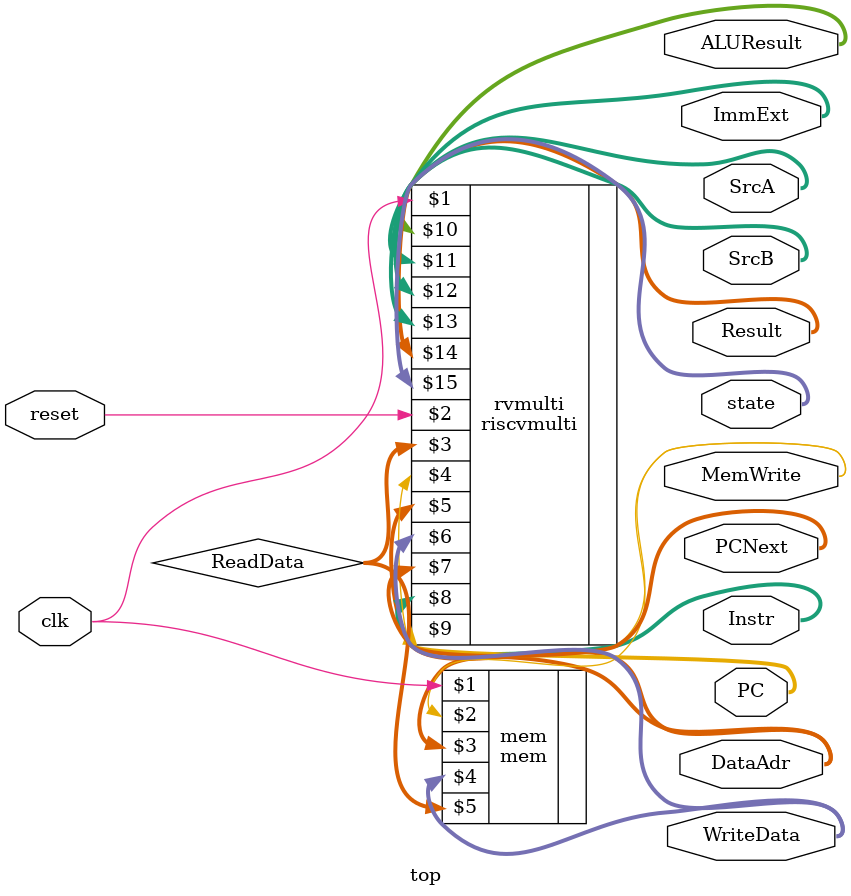
<source format=sv>

module top(input  logic        clk, reset, 
           output logic [31:0] WriteData, DataAdr, 
           output logic        MemWrite,
						output logic [31:0] PCNext,
output logic [31:0] Instr,PC,ALUResult,
output logic [31:0] ImmExt,
output logic [31:0] SrcA,
output logic [31:0] SrcB,
output logic [31:0] Result,
output logic [3:0] state
);

  logic [31:0] ReadData;
  
  // instantiate processor and memories
  riscvmulti rvmulti(clk, reset,ReadData,MemWrite,DataAdr, WriteData,PCNext,Instr,PC,ALUResult,ImmExt,SrcA,SrcB,Result,state);
  mem mem(clk, MemWrite, DataAdr, WriteData, ReadData);
endmodule
</source>
